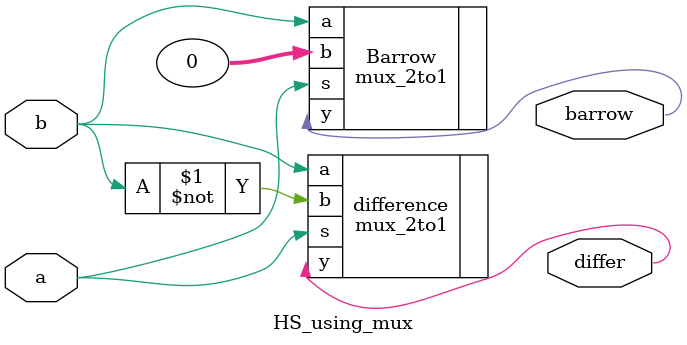
<source format=v>
`timescale 1ns / 1ps


module HS_using_mux(
    input a,
    input b,
    output differ,
    output barrow
    );
    mux_2to1 difference(.s(a),.y(differ),.a(b),.b(~b));
    mux_2to1 Barrow(.s(a),.y(barrow),.a(b),.b(0));
endmodule

</source>
